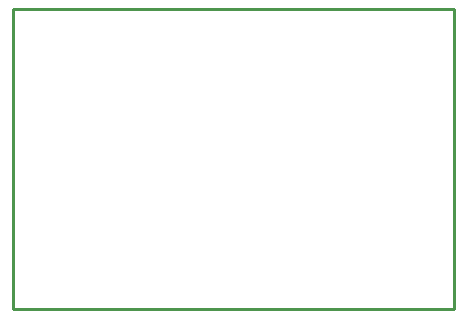
<source format=gko>
G04 ---------------------------- Layer name :KeepOutLayer*
G04 EasyEDA v5.7.22, Tue, 28 Aug 2018 22:53:05 GMT*
G04 1f8b3ca3c2ad4f10b54c6f686152f78d*
G04 Gerber Generator version 0.2*
G04 Scale: 100 percent, Rotated: No, Reflected: No *
G04 Dimensions in millimeters *
G04 leading zeros omitted , absolute positions ,3 integer and 3 decimal *
%FSLAX33Y33*%
%MOMM*%
G90*
G71D02*

%ADD10C,0.254000*%
G54D10*
G01X3048Y25400D02*
G01X3048Y25400D01*
G01X37338Y25400D01*
G01X37338Y0D01*
G01X0Y0D01*
G01X0Y25400D01*
G01X3302Y25400D01*
G01X3302Y25400D01*

%LPD*%
M00*
M02*

</source>
